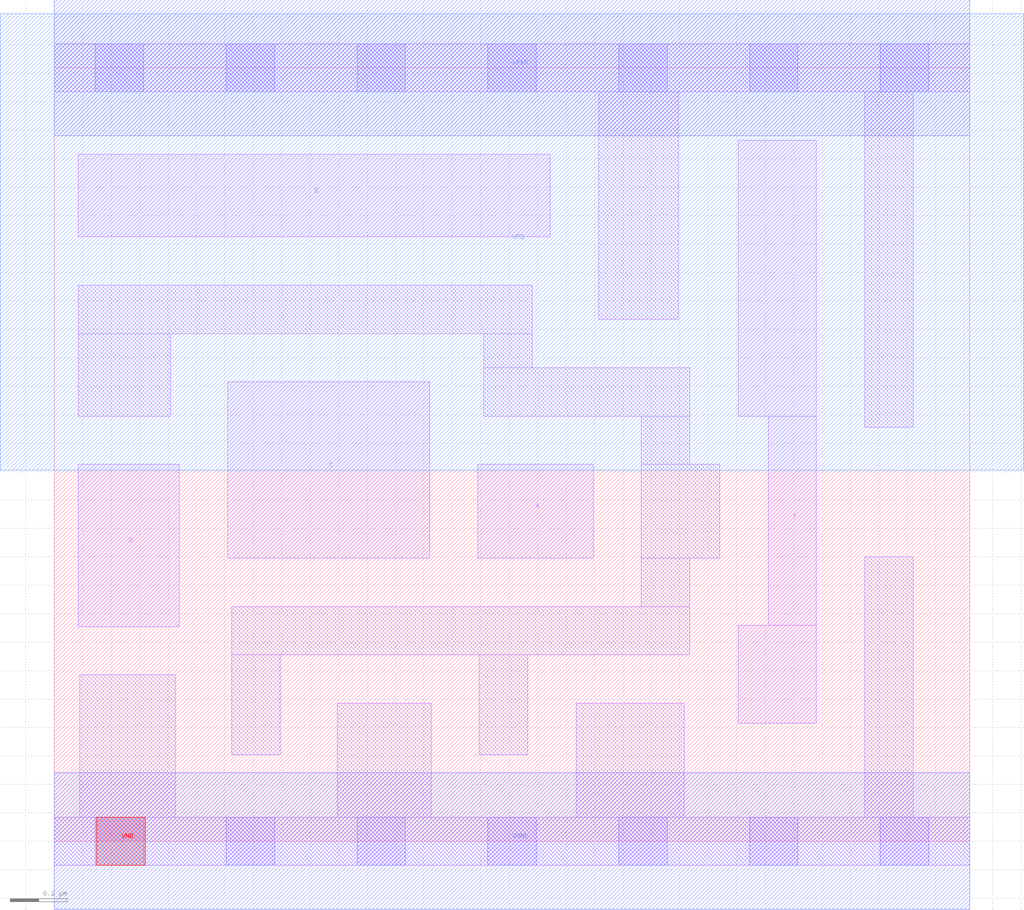
<source format=lef>
# Copyright 2020 The SkyWater PDK Authors
#
# Licensed under the Apache License, Version 2.0 (the "License");
# you may not use this file except in compliance with the License.
# You may obtain a copy of the License at
#
#     https://www.apache.org/licenses/LICENSE-2.0
#
# Unless required by applicable law or agreed to in writing, software
# distributed under the License is distributed on an "AS IS" BASIS,
# WITHOUT WARRANTIES OR CONDITIONS OF ANY KIND, either express or implied.
# See the License for the specific language governing permissions and
# limitations under the License.
#
# SPDX-License-Identifier: Apache-2.0

VERSION 5.7 ;
  NOWIREEXTENSIONATPIN ON ;
  DIVIDERCHAR "/" ;
  BUSBITCHARS "[]" ;
MACRO sky130_fd_sc_hd__or4_2
  CLASS CORE ;
  FOREIGN sky130_fd_sc_hd__or4_2 ;
  ORIGIN  0.000000  0.000000 ;
  SIZE  3.220000 BY  2.720000 ;
  SYMMETRY X Y R90 ;
  SITE unithd ;
  PIN A
    ANTENNAGATEAREA  0.126000 ;
    DIRECTION INPUT ;
    USE SIGNAL ;
    PORT
      LAYER li1 ;
        RECT 1.490000 0.995000 1.895000 1.325000 ;
    END
  END A
  PIN B
    ANTENNAGATEAREA  0.126000 ;
    DIRECTION INPUT ;
    USE SIGNAL ;
    PORT
      LAYER li1 ;
        RECT 0.085000 2.125000 1.745000 2.415000 ;
    END
  END B
  PIN C
    ANTENNAGATEAREA  0.126000 ;
    DIRECTION INPUT ;
    USE SIGNAL ;
    PORT
      LAYER li1 ;
        RECT 0.610000 0.995000 1.320000 1.615000 ;
    END
  END C
  PIN D
    ANTENNAGATEAREA  0.126000 ;
    DIRECTION INPUT ;
    USE SIGNAL ;
    PORT
      LAYER li1 ;
        RECT 0.085000 0.755000 0.440000 1.325000 ;
    END
  END D
  PIN VNB
    PORT
      LAYER pwell ;
        RECT 0.150000 -0.085000 0.320000 0.085000 ;
    END
  END VNB
  PIN VPB
    PORT
      LAYER nwell ;
        RECT -0.190000 1.305000 3.410000 2.910000 ;
    END
  END VPB
  PIN X
    ANTENNADIFFAREA  0.445500 ;
    DIRECTION OUTPUT ;
    USE SIGNAL ;
    PORT
      LAYER li1 ;
        RECT 2.405000 0.415000 2.680000 0.760000 ;
        RECT 2.405000 1.495000 2.680000 2.465000 ;
        RECT 2.510000 0.760000 2.680000 1.495000 ;
    END
  END X
  PIN VGND
    DIRECTION INOUT ;
    SHAPE ABUTMENT ;
    USE GROUND ;
    PORT
      LAYER met1 ;
        RECT 0.000000 -0.240000 3.220000 0.240000 ;
    END
  END VGND
  PIN VPWR
    DIRECTION INOUT ;
    SHAPE ABUTMENT ;
    USE POWER ;
    PORT
      LAYER met1 ;
        RECT 0.000000 2.480000 3.220000 2.960000 ;
    END
  END VPWR
  OBS
    LAYER li1 ;
      RECT 0.000000 -0.085000 3.220000 0.085000 ;
      RECT 0.000000  2.635000 3.220000 2.805000 ;
      RECT 0.085000  1.495000 0.410000 1.785000 ;
      RECT 0.085000  1.785000 1.680000 1.955000 ;
      RECT 0.090000  0.085000 0.425000 0.585000 ;
      RECT 0.625000  0.305000 0.795000 0.655000 ;
      RECT 0.625000  0.655000 2.235000 0.825000 ;
      RECT 0.995000  0.085000 1.325000 0.485000 ;
      RECT 1.495000  0.305000 1.665000 0.655000 ;
      RECT 1.510000  1.495000 2.235000 1.665000 ;
      RECT 1.510000  1.665000 1.680000 1.785000 ;
      RECT 1.835000  0.085000 2.215000 0.485000 ;
      RECT 1.915000  1.835000 2.195000 2.635000 ;
      RECT 2.065000  0.825000 2.235000 0.995000 ;
      RECT 2.065000  0.995000 2.340000 1.325000 ;
      RECT 2.065000  1.325000 2.235000 1.495000 ;
      RECT 2.850000  0.085000 3.020000 1.000000 ;
      RECT 2.850000  1.455000 3.020000 2.635000 ;
    LAYER mcon ;
      RECT 0.145000 -0.085000 0.315000 0.085000 ;
      RECT 0.145000  2.635000 0.315000 2.805000 ;
      RECT 0.605000 -0.085000 0.775000 0.085000 ;
      RECT 0.605000  2.635000 0.775000 2.805000 ;
      RECT 1.065000 -0.085000 1.235000 0.085000 ;
      RECT 1.065000  2.635000 1.235000 2.805000 ;
      RECT 1.525000 -0.085000 1.695000 0.085000 ;
      RECT 1.525000  2.635000 1.695000 2.805000 ;
      RECT 1.985000 -0.085000 2.155000 0.085000 ;
      RECT 1.985000  2.635000 2.155000 2.805000 ;
      RECT 2.445000 -0.085000 2.615000 0.085000 ;
      RECT 2.445000  2.635000 2.615000 2.805000 ;
      RECT 2.905000 -0.085000 3.075000 0.085000 ;
      RECT 2.905000  2.635000 3.075000 2.805000 ;
  END
END sky130_fd_sc_hd__or4_2
END LIBRARY

</source>
